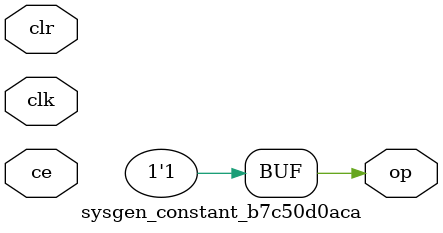
<source format=v>
module sysgen_constant_b7c50d0aca (
  output [(1 - 1):0] op,
  input clk,
  input ce,
  input clr);
  assign op = 1'b1;
endmodule
</source>
